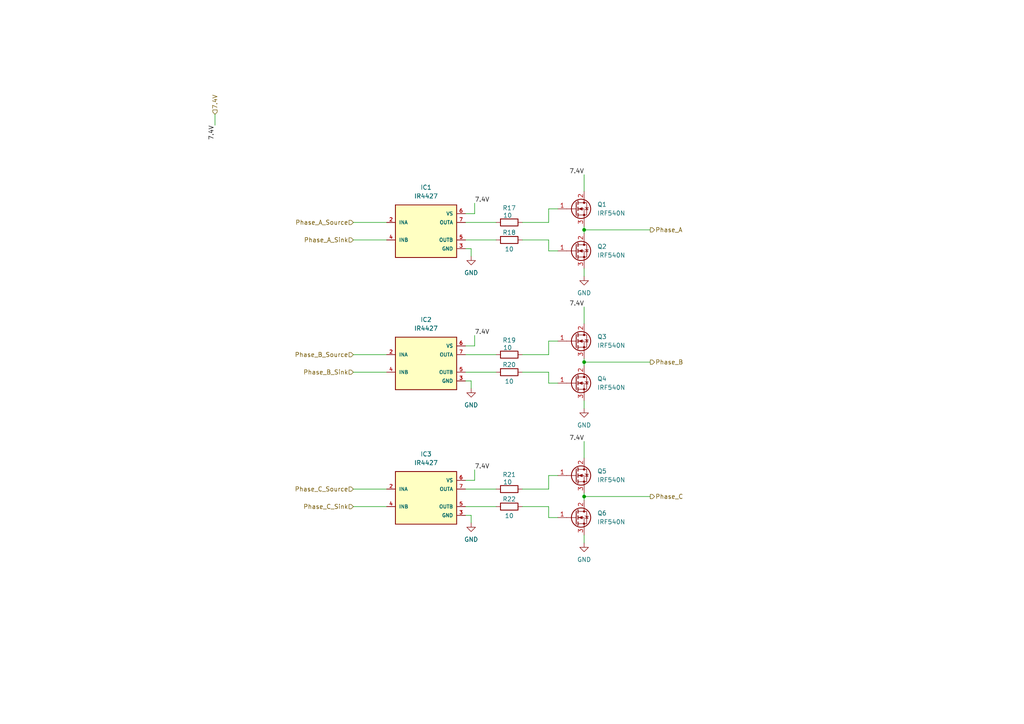
<source format=kicad_sch>
(kicad_sch (version 20230121) (generator eeschema)
  (paper "A4")
  (lib_symbols
    (symbol "Device:R" (pin_numbers hide) (pin_names (offset 0))
      (property "Reference" "R" (at 2.032 0 90))
      (property "Value" "R" (at 0 0 90))
      (symbol "R_0_1"
        (rectangle (start -1.016 -2.54) (end 1.016 2.54) (stroke (width 0.254)))
      )
      (symbol "R_1_1"
        (pin passive line (at 0 3.81 270) (length 1.27) (name "~") (number "1"))
        (pin passive line (at 0 -3.81 90) (length 1.27) (name "~") (number "2"))
      )
    )
    (symbol "SmallSat-Peripherals-Board:IR4427" (pin_names (offset 1.016))
      (property "Reference" "IC" (at -7.62 8.89 0))
      (property "Value" "IR4427" (at -7.62 -10.16 0))
      (symbol "IR4427_0_0"
        (rectangle (start -7.62 -7.62) (end 10.16 7.62) (stroke (width 0.254)) (fill (type background)))
        (pin input line (at -10.16 2.54 0) (length 2.54) (name "INA") (number "2"))
        (pin power_in line (at 12.7 -5.08 180) (length 2.54) (name "GND") (number "3"))
        (pin input line (at -10.16 -2.54 0) (length 2.54) (name "INB") (number "4"))
        (pin output line (at 12.7 -2.54 180) (length 2.54) (name "OUTB") (number "5"))
        (pin power_in line (at 12.7 5.08 180) (length 2.54) (name "VS") (number "6"))
        (pin output line (at 12.7 2.54 180) (length 2.54) (name "OUTA") (number "7"))
      )
    )
    (symbol "Transistor_FET:IRF540N" (pin_names hide)
      (property "Reference" "Q" (at 5.08 1.905 0))
      (property "Value" "IRF540N" (at 5.08 0 0))
      (symbol "IRF540N_0_1"
        (polyline (pts (xy 0.254 0) (xy -2.54 0)))
        (polyline (pts (xy 0.254 1.905) (xy 0.254 -1.905)) (stroke (width 0.254)))
        (polyline (pts (xy 0.762 -1.27) (xy 0.762 -2.286)) (stroke (width 0.254)))
        (polyline (pts (xy 0.762 0.508) (xy 0.762 -0.508)) (stroke (width 0.254)))
        (polyline (pts (xy 0.762 2.286) (xy 0.762 1.27)) (stroke (width 0.254)))
        (polyline (pts (xy 2.54 2.54) (xy 2.54 1.778)))
        (polyline (pts (xy 2.54 -2.54) (xy 2.54 0) (xy 0.762 0)))
        (polyline (pts (xy 0.762 -1.778) (xy 3.302 -1.778) (xy 3.302 1.778) (xy 0.762 1.778)))
        (polyline (pts (xy 1.016 0) (xy 2.032 0.381) (xy 2.032 -0.381) (xy 1.016 0)) (fill (type outline)))
        (polyline (pts (xy 2.794 0.508) (xy 2.921 0.381) (xy 3.683 0.381) (xy 3.81 0.254)))
        (polyline (pts (xy 3.302 0.381) (xy 2.921 -0.254) (xy 3.683 -0.254) (xy 3.302 0.381)))
        (circle (center 1.651 0) (radius 2.794) (stroke (width 0.254)))
        (circle (center 2.54 -1.778) (radius 0.254) (fill (type outline)))
        (circle (center 2.54 1.778) (radius 0.254) (fill (type outline)))
      )
      (symbol "IRF540N_1_1"
        (pin input line (at -5.08 0 0) (length 2.54) (name "G") (number "1"))
        (pin passive line (at 2.54 5.08 270) (length 2.54) (name "D") (number "2"))
        (pin passive line (at 2.54 -5.08 90) (length 2.54) (name "S") (number "3"))
      )
    )
    (symbol "power:GND" (power) (pin_names (offset 0))
      (property "Value" "GND" (at 0 -3.81 0))
      (symbol "GND_0_1"
        (polyline (pts (xy 0 0) (xy 0 -1.27) (xy 1.27 -1.27) (xy 0 -2.54) (xy -1.27 -1.27) (xy 0 -1.27)))
      )
      (symbol "GND_1_1"
        (pin power_in line (at 0 0 270) (length 0) hide (name "GND") (number "1"))
      )
    )
  )
  (junction (at 169.418 105.029))
  (junction (at 169.418 66.675))
  (junction (at 169.418 144.018))
  (wire (pts (xy 169.418 144.018) (xy 188.595 144.018)))
  (wire (pts (xy 169.418 143.002) (xy 169.418 144.018)))
  (wire (pts (xy 135.001 110.49) (xy 136.652 110.49)))
  (wire (pts (xy 159.131 141.859) (xy 159.131 137.922)))
  (wire (pts (xy 151.511 146.939) (xy 159.131 146.939)))
  (wire (pts (xy 169.418 128.016) (xy 169.418 132.842)))
  (wire (pts (xy 102.489 64.516) (xy 112.141 64.516)))
  (wire (pts (xy 159.131 60.579) (xy 161.798 60.579)))
  (wire (pts (xy 102.489 102.87) (xy 112.141 102.87)))
  (wire (pts (xy 159.131 150.114) (xy 161.798 150.114)))
  (wire (pts (xy 102.489 146.939) (xy 112.141 146.939)))
  (wire (pts (xy 151.511 141.859) (xy 159.131 141.859)))
  (wire (pts (xy 159.131 64.516) (xy 159.131 60.579)))
  (wire (pts (xy 135.001 69.596) (xy 143.891 69.596)))
  (wire (pts (xy 151.511 107.95) (xy 159.131 107.95)))
  (wire (pts (xy 159.131 111.125) (xy 161.798 111.125)))
  (wire (pts (xy 136.652 72.136) (xy 136.652 74.295)))
  (wire (pts (xy 137.668 139.319) (xy 137.668 136.271)))
  (wire (pts (xy 169.418 66.675) (xy 169.418 67.691)))
  (wire (pts (xy 169.418 118.491) (xy 169.418 116.205)))
  (wire (pts (xy 62.357 33.147) (xy 62.357 36.322)))
  (wire (pts (xy 169.418 105.029) (xy 188.595 105.029)))
  (wire (pts (xy 135.001 139.319) (xy 137.668 139.319)))
  (wire (pts (xy 159.131 102.87) (xy 159.131 98.933)))
  (wire (pts (xy 169.418 157.48) (xy 169.418 155.194)))
  (wire (pts (xy 136.652 110.49) (xy 136.652 112.649)))
  (wire (pts (xy 169.418 144.018) (xy 169.418 145.034)))
  (wire (pts (xy 151.511 102.87) (xy 159.131 102.87)))
  (wire (pts (xy 135.001 146.939) (xy 143.891 146.939)))
  (wire (pts (xy 159.131 107.95) (xy 159.131 111.125)))
  (wire (pts (xy 169.418 104.013) (xy 169.418 105.029)))
  (wire (pts (xy 151.511 69.596) (xy 159.131 69.596)))
  (wire (pts (xy 159.131 69.596) (xy 159.131 72.771)))
  (wire (pts (xy 135.001 72.136) (xy 136.652 72.136)))
  (wire (pts (xy 169.418 50.673) (xy 169.418 55.499)))
  (wire (pts (xy 102.489 69.596) (xy 112.141 69.596)))
  (wire (pts (xy 159.131 137.922) (xy 161.798 137.922)))
  (wire (pts (xy 169.418 89.027) (xy 169.418 93.853)))
  (wire (pts (xy 135.001 141.859) (xy 143.891 141.859)))
  (wire (pts (xy 137.668 100.33) (xy 137.668 97.282)))
  (wire (pts (xy 135.001 61.976) (xy 137.668 61.976)))
  (wire (pts (xy 159.131 146.939) (xy 159.131 150.114)))
  (wire (pts (xy 102.489 141.859) (xy 112.141 141.859)))
  (wire (pts (xy 135.001 102.87) (xy 143.891 102.87)))
  (wire (pts (xy 135.001 107.95) (xy 143.891 107.95)))
  (wire (pts (xy 169.418 66.675) (xy 188.595 66.675)))
  (wire (pts (xy 135.001 100.33) (xy 137.668 100.33)))
  (wire (pts (xy 151.511 64.516) (xy 159.131 64.516)))
  (wire (pts (xy 159.131 98.933) (xy 161.798 98.933)))
  (wire (pts (xy 159.131 72.771) (xy 161.798 72.771)))
  (wire (pts (xy 135.001 64.516) (xy 143.891 64.516)))
  (wire (pts (xy 169.418 80.137) (xy 169.418 77.851)))
  (wire (pts (xy 135.001 149.479) (xy 136.652 149.479)))
  (wire (pts (xy 102.489 107.95) (xy 112.141 107.95)))
  (wire (pts (xy 136.652 149.479) (xy 136.652 151.638)))
  (wire (pts (xy 169.418 65.659) (xy 169.418 66.675)))
  (wire (pts (xy 137.668 61.976) (xy 137.668 58.928)))
  (wire (pts (xy 169.418 105.029) (xy 169.418 106.045)))
  (label "7.4V" (at 169.418 128.016 180))
  (label "7.4V" (at 169.418 50.673 180))
  (label "7.4V" (at 169.418 89.027 180))
  (label "7.4V" (at 62.357 36.322 270))
  (label "7.4V" (at 137.668 58.928 0))
  (label "7.4V" (at 137.668 97.282 0))
  (label "7.4V" (at 137.668 136.271 0))
  (hierarchical_label "Phase_B_Sink" (shape input) (at 102.489 107.95 180))
  (hierarchical_label "Phase_B_Source" (shape input) (at 102.489 102.87 180))
  (hierarchical_label "Phase_C_Source" (shape input) (at 102.489 141.859 180))
  (hierarchical_label "Phase_A_Source" (shape input) (at 102.489 64.516 180))
  (hierarchical_label "Phase_A" (shape output) (at 188.595 66.675 0))
  (hierarchical_label "Phase_C_Sink" (shape input) (at 102.489 146.939 180))
  (hierarchical_label "Phase_B" (shape output) (at 188.595 105.029 0))
  (hierarchical_label "Phase_A_Sink" (shape input) (at 102.489 69.596 180))
  (hierarchical_label "7.4V" (shape input) (at 62.357 33.147 90))
  (hierarchical_label "Phase_C" (shape output) (at 188.595 144.018 0))
  (symbol (lib_id "Transistor_FET:IRF540N") (at 166.878 60.579 0) (unit 1)
    (property "Reference" "Q1" (at 173.228 59.309 0) (effects (justify left)))
    (property "Value" "IRF540N" (at 173.228 61.849 0) (effects (justify left)))
    (property "Footprint" "Package_TO_SOT_THT:TO-220-3_Vertical" (effects hide))
    (property "Datasheet" "http://www.irf.com/product-info/datasheets/data/irf540n.pdf" (effects hide))
  )
  (symbol (lib_id "Transistor_FET:IRF540N") (at 166.878 98.933 0) (unit 1)
    (property "Reference" "Q3" (at 173.228 97.663 0) (effects (justify left)))
    (property "Value" "IRF540N" (at 173.228 100.203 0) (effects (justify left)))
    (property "Footprint" "Package_TO_SOT_THT:TO-220-3_Vertical" (effects hide))
    (property "Datasheet" "http://www.irf.com/product-info/datasheets/data/irf540n.pdf" (effects hide))
  )
  (symbol (lib_id "power:GND") (at 169.418 157.48 0) (unit 1)
    (property "Reference" "#PWR013" (effects hide))
    (property "Value" "GND" (at 169.418 162.306 0))
  )
  (symbol (lib_id "power:GND") (at 136.652 74.295 0) (unit 1)
    (property "Reference" "#PWR07" (effects hide))
    (property "Value" "GND" (at 136.652 79.121 0))
  )
  (symbol (lib_id "power:GND") (at 169.418 80.137 0) (unit 1)
    (property "Reference" "#PWR011" (effects hide))
    (property "Value" "GND" (at 169.418 84.963 0))
  )
  (symbol (lib_id "Device:R") (at 147.701 69.596 90) (unit 1)
    (property "Reference" "R18" (at 147.701 67.437 90))
    (property "Value" "10" (at 147.701 72.263 90))
  )
  (symbol (lib_id "SmallSat-Peripherals-Board:IR4427") (at 122.301 67.056 0) (unit 1)
    (property "Reference" "IC1" (at 123.571 54.356 0))
    (property "Value" "IR4427" (at 123.571 56.896 0))
    (property "Datasheet" "https://www.infineon.com/dgdl/ir4426.pdf?fileId=5546d462533600a4015355d60b491822" (effects hide))
    (property "MF" "Infineon Technologies" (effects hide))
    (property "Description" "\nLow-Side Gate Driver IC Non-Inverting 8-PDIP\n" (effects hide))
    (property "Package" "DIP-8 Infineon Technologies" (effects hide))
    (property "MPN" "IR4427STRPBF" (effects hide))
    (property "Price" "None" (effects hide))
    (property "OC_FARNELL" "8639094" (effects hide))
    (property "SnapEDA_Link" "https://www.snapeda.com/parts/IR4427/Infineon+Technologies/view-part/?ref=snap" (effects hide))
    (property "MP" "IR4427" (effects hide))
    (property "OC_NEWARK" "63J7933" (effects hide))
    (property "Availability" "In Stock" (effects hide))
    (property "Check_prices" "https://www.snapeda.com/parts/IR4427/Infineon+Technologies/view-part/?ref=eda" (effects hide))
  )
  (symbol (lib_id "SmallSat-Peripherals-Board:IR4427") (at 122.301 105.41 0) (unit 1)
    (property "Reference" "IC2" (at 123.571 92.71 0))
    (property "Value" "IR4427" (at 123.571 95.25 0))
    (property "Datasheet" "https://www.infineon.com/dgdl/ir4426.pdf?fileId=5546d462533600a4015355d60b491822" (effects hide))
    (property "MF" "Infineon Technologies" (effects hide))
    (property "Description" "\nLow-Side Gate Driver IC Non-Inverting 8-PDIP\n" (effects hide))
    (property "Package" "DIP-8 Infineon Technologies" (effects hide))
    (property "MPN" "IR4427STRPBF" (effects hide))
    (property "Price" "None" (effects hide))
    (property "OC_FARNELL" "8639094" (effects hide))
    (property "SnapEDA_Link" "https://www.snapeda.com/parts/IR4427/Infineon+Technologies/view-part/?ref=snap" (effects hide))
    (property "MP" "IR4427" (effects hide))
    (property "OC_NEWARK" "63J7933" (effects hide))
    (property "Availability" "In Stock" (effects hide))
    (property "Check_prices" "https://www.snapeda.com/parts/IR4427/Infineon+Technologies/view-part/?ref=eda" (effects hide))
  )
  (symbol (lib_id "Device:R") (at 147.701 141.859 90) (unit 1)
    (property "Reference" "R21" (at 147.701 137.668 90))
    (property "Value" "10 " (at 147.701 139.827 90))
  )
  (symbol (lib_id "Transistor_FET:IRF540N") (at 166.878 137.922 0) (unit 1)
    (property "Reference" "Q5" (at 173.228 136.652 0) (effects (justify left)))
    (property "Value" "IRF540N" (at 173.228 139.192 0) (effects (justify left)))
    (property "Footprint" "Package_TO_SOT_THT:TO-220-3_Vertical" (effects hide))
    (property "Datasheet" "http://www.irf.com/product-info/datasheets/data/irf540n.pdf" (effects hide))
  )
  (symbol (lib_id "Device:R") (at 147.701 146.939 90) (unit 1)
    (property "Reference" "R22" (at 147.701 144.78 90))
    (property "Value" "10" (at 147.701 149.606 90))
  )
  (symbol (lib_id "Device:R") (at 147.701 102.87 90) (unit 1)
    (property "Reference" "R19" (at 147.701 98.679 90))
    (property "Value" "10 " (at 147.701 100.838 90))
  )
  (symbol (lib_id "power:GND") (at 169.418 118.491 0) (unit 1)
    (property "Reference" "#PWR012" (effects hide))
    (property "Value" "GND" (at 169.418 123.317 0))
  )
  (symbol (lib_id "SmallSat-Peripherals-Board:IR4427") (at 122.301 144.399 0) (unit 1)
    (property "Reference" "IC3" (at 123.571 131.699 0))
    (property "Value" "IR4427" (at 123.571 134.239 0))
    (property "Datasheet" "https://www.infineon.com/dgdl/ir4426.pdf?fileId=5546d462533600a4015355d60b491822" (effects hide))
    (property "MF" "Infineon Technologies" (effects hide))
    (property "Description" "\nLow-Side Gate Driver IC Non-Inverting 8-PDIP\n" (effects hide))
    (property "Package" "DIP-8 Infineon Technologies" (effects hide))
    (property "MPN" "IR4427STRPBF" (effects hide))
    (property "Price" "None" (effects hide))
    (property "OC_FARNELL" "8639094" (effects hide))
    (property "SnapEDA_Link" "https://www.snapeda.com/parts/IR4427/Infineon+Technologies/view-part/?ref=snap" (effects hide))
    (property "MP" "IR4427" (effects hide))
    (property "OC_NEWARK" "63J7933" (effects hide))
    (property "Availability" "In Stock" (effects hide))
    (property "Check_prices" "https://www.snapeda.com/parts/IR4427/Infineon+Technologies/view-part/?ref=eda" (effects hide))
  )
  (symbol (lib_id "Transistor_FET:IRF540N") (at 166.878 150.114 0) (unit 1)
    (property "Reference" "Q6" (at 173.228 148.844 0) (effects (justify left)))
    (property "Value" "IRF540N" (at 173.228 151.384 0) (effects (justify left)))
    (property "Footprint" "Package_TO_SOT_THT:TO-220-3_Vertical" (effects hide))
    (property "Datasheet" "http://www.irf.com/product-info/datasheets/data/irf540n.pdf" (effects hide))
  )
  (symbol (lib_id "power:GND") (at 136.652 112.649 0) (unit 1)
    (property "Reference" "#PWR08" (effects hide))
    (property "Value" "GND" (at 136.652 117.475 0))
  )
  (symbol (lib_id "power:GND") (at 136.652 151.638 0) (unit 1)
    (property "Reference" "#PWR010" (effects hide))
    (property "Value" "GND" (at 136.652 156.464 0))
  )
  (symbol (lib_id "Transistor_FET:IRF540N") (at 166.878 111.125 0) (unit 1)
    (property "Reference" "Q4" (at 173.228 109.855 0) (effects (justify left)))
    (property "Value" "IRF540N" (at 173.228 112.395 0) (effects (justify left)))
    (property "Footprint" "Package_TO_SOT_THT:TO-220-3_Vertical" (effects hide))
    (property "Datasheet" "http://www.irf.com/product-info/datasheets/data/irf540n.pdf" (effects hide))
  )
  (symbol (lib_id "Transistor_FET:IRF540N") (at 166.878 72.771 0) (unit 1)
    (property "Reference" "Q2" (at 173.228 71.501 0) (effects (justify left)))
    (property "Value" "IRF540N" (at 173.228 74.041 0) (effects (justify left)))
    (property "Footprint" "Package_TO_SOT_THT:TO-220-3_Vertical" (effects hide))
    (property "Datasheet" "http://www.irf.com/product-info/datasheets/data/irf540n.pdf" (effects hide))
  )
  (symbol (lib_id "Device:R") (at 147.701 64.516 90) (unit 1)
    (property "Reference" "R17" (at 147.701 60.325 90))
    (property "Value" "10 " (at 147.701 62.484 90))
  )
  (symbol (lib_id "Device:R") (at 147.701 107.95 90) (unit 1)
    (property "Reference" "R20" (at 147.701 105.791 90))
    (property "Value" "10" (at 147.701 110.617 90))
  )
)
</source>
